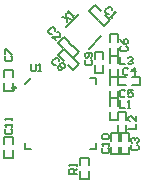
<source format=gto>
%FSLAX24Y24*%
%MOIN*%
G70*
G01*
G75*
G04 Layer_Color=65535*
%ADD10R,0.0197X0.0256*%
%ADD11R,0.0197X0.0236*%
%ADD12R,0.0236X0.0197*%
%ADD13R,0.0400X0.0370*%
G04:AMPARAMS|DCode=14|XSize=47.2mil|YSize=43.3mil|CornerRadius=0mil|HoleSize=0mil|Usage=FLASHONLY|Rotation=225.000|XOffset=0mil|YOffset=0mil|HoleType=Round|Shape=Rectangle|*
%AMROTATEDRECTD14*
4,1,4,0.0014,0.0320,0.0320,0.0014,-0.0014,-0.0320,-0.0320,-0.0014,0.0014,0.0320,0.0*
%
%ADD14ROTATEDRECTD14*%

%ADD15O,0.0256X0.0079*%
%ADD16O,0.0079X0.0256*%
%ADD17R,0.1850X0.1850*%
%ADD18R,0.0217X0.0236*%
G04:AMPARAMS|DCode=19|XSize=19.7mil|YSize=23.6mil|CornerRadius=0mil|HoleSize=0mil|Usage=FLASHONLY|Rotation=225.000|XOffset=0mil|YOffset=0mil|HoleType=Round|Shape=Rectangle|*
%AMROTATEDRECTD19*
4,1,4,-0.0014,0.0153,0.0153,-0.0014,0.0014,-0.0153,-0.0153,0.0014,-0.0014,0.0153,0.0*
%
%ADD19ROTATEDRECTD19*%

%ADD20C,0.0370*%
%ADD21C,0.0080*%
%ADD22C,0.0090*%
%ADD23C,0.0060*%
%ADD24C,0.0240*%
%ADD25C,0.0260*%
%ADD26C,0.0098*%
%ADD27C,0.0079*%
%ADD28C,0.0050*%
D23*
X1928Y1678D02*
Y1934D01*
Y1226D02*
Y1482D01*
X1652Y1678D02*
X1652Y1934D01*
Y1226D02*
Y1482D01*
Y1226D02*
X1928Y1226D01*
X1652Y1934D02*
X1928Y1934D01*
X2208Y-192D02*
Y64D01*
Y-644D02*
Y-388D01*
X1932Y-192D02*
Y64D01*
Y-644D02*
Y-388D01*
Y-644D02*
X2208D01*
X1932Y64D02*
X2208D01*
X1928Y258D02*
Y514D01*
Y-194D02*
Y62D01*
X1652Y258D02*
X1652Y514D01*
Y-194D02*
Y62D01*
Y-194D02*
X1928D01*
X1652Y514D02*
X1928D01*
Y2388D02*
Y2644D01*
Y1936D02*
Y2192D01*
X1652Y2388D02*
Y2644D01*
Y1936D02*
Y2192D01*
Y1936D02*
X1928D01*
X1652Y2644D02*
X1928D01*
Y968D02*
Y1224D01*
Y516D02*
Y772D01*
X1652Y968D02*
Y1224D01*
Y516D02*
X1652Y772D01*
X1652Y516D02*
X1928D01*
X1652Y1224D02*
X1928D01*
X2032Y-1354D02*
Y-1098D01*
Y-646D02*
X2032Y-902D01*
X2308Y-1354D02*
Y-1098D01*
Y-902D02*
Y-646D01*
X2032D02*
X2308D01*
X2032Y-1354D02*
X2308D01*
X2398Y952D02*
X2654D01*
X1946D02*
X2202D01*
X2398Y1228D02*
X2654D01*
X1946D02*
X2202D01*
X1946Y952D02*
Y1228D01*
X2654Y952D02*
Y1228D01*
X1702Y-1354D02*
X1978D01*
X1702Y-646D02*
X1978D01*
Y-902D02*
Y-646D01*
Y-1354D02*
Y-1098D01*
X1702Y-902D02*
Y-646D01*
Y-1354D02*
Y-1098D01*
X1173Y3220D02*
X1270Y3123D01*
X212Y2900D02*
X630Y3318D01*
X311Y2370D02*
X414Y2267D01*
X950Y2162D02*
X1365Y2577D01*
X662Y-1476D02*
X958D01*
X662Y-2164D02*
X958D01*
X662D02*
Y-1918D01*
Y-1722D02*
Y-1476D01*
X958Y-2164D02*
Y-1918D01*
Y-1722D02*
Y-1476D01*
X-1858Y-1474D02*
X-1582D01*
X-1858Y-766D02*
X-1582D01*
Y-1022D02*
Y-766D01*
Y-1474D02*
Y-1218D01*
X-1858Y-1022D02*
Y-766D01*
Y-1474D02*
Y-1218D01*
X1152Y2074D02*
X1428D01*
X1152Y1366D02*
X1428D01*
X1152D02*
Y1622D01*
Y1818D02*
Y2074D01*
X1428Y1366D02*
Y1622D01*
Y1818D02*
Y2074D01*
X-58Y1953D02*
X137Y2148D01*
X443Y1452D02*
X638Y1647D01*
X262Y1633D02*
X443Y1452D01*
X-58Y1953D02*
X123Y1772D01*
X457Y1828D02*
X638Y1647D01*
X137Y2148D02*
X318Y1967D01*
X-1858Y1472D02*
X-1582D01*
X-1858Y764D02*
X-1582D01*
X-1858D02*
Y1020D01*
Y1217D02*
Y1472D01*
X-1582Y764D02*
Y1020D01*
Y1217D02*
Y1472D01*
X-78Y2373D02*
X117Y2568D01*
X423Y1872D02*
X618Y2067D01*
X242Y2053D02*
X423Y1872D01*
X-78Y2373D02*
X103Y2192D01*
X437Y2248D02*
X618Y2067D01*
X117Y2568D02*
X298Y2387D01*
X1473Y2922D02*
X1668Y3117D01*
X972Y3423D02*
X1167Y3618D01*
X1348Y3437D01*
X1487Y3298D02*
X1668Y3117D01*
X972Y3423D02*
X1153Y3242D01*
X1292Y3103D02*
X1473Y2922D01*
D26*
X-1486Y866D02*
G03*
X-1486Y866I-49J0D01*
G01*
D27*
X-1181Y984D02*
X-984Y1181D01*
X984D02*
X1181D01*
Y984D02*
Y1181D01*
Y-1181D02*
Y-984D01*
X984Y-1181D02*
X1181D01*
X-1181D02*
X-984D01*
X-1181D02*
Y-984D01*
D28*
X2000Y1900D02*
Y1650D01*
X2167D01*
X2250Y1858D02*
X2292Y1900D01*
X2375D01*
X2417Y1858D01*
Y1817D01*
X2375Y1775D01*
X2333D01*
X2375D01*
X2417Y1733D01*
Y1692D01*
X2375Y1650D01*
X2292D01*
X2250Y1692D01*
X2280Y-500D02*
X2530D01*
Y-333D01*
Y-83D02*
Y-250D01*
X2363Y-83D01*
X2322D01*
X2280Y-125D01*
Y-208D01*
X2322Y-250D01*
X2000Y450D02*
Y200D01*
X2167D01*
X2250D02*
X2333D01*
X2292D01*
Y450D01*
X2250Y408D01*
X2042Y2247D02*
X2000Y2205D01*
Y2122D01*
X2042Y2080D01*
X2208D01*
X2250Y2122D01*
Y2205D01*
X2208Y2247D01*
X2000Y2497D02*
X2042Y2413D01*
X2125Y2330D01*
X2208D01*
X2250Y2372D01*
Y2455D01*
X2208Y2497D01*
X2167D01*
X2125Y2455D01*
Y2330D01*
X2167Y758D02*
X2125Y800D01*
X2042D01*
X2000Y758D01*
Y592D01*
X2042Y550D01*
X2125D01*
X2167Y592D01*
X2417Y800D02*
X2250D01*
Y675D01*
X2333Y717D01*
X2375D01*
X2417Y675D01*
Y592D01*
X2375Y550D01*
X2292D01*
X2250Y592D01*
X2412Y-1043D02*
X2370Y-1085D01*
Y-1168D01*
X2412Y-1210D01*
X2578D01*
X2620Y-1168D01*
Y-1085D01*
X2578Y-1043D01*
X2412Y-960D02*
X2370Y-918D01*
Y-835D01*
X2412Y-793D01*
X2453D01*
X2495Y-835D01*
Y-877D01*
Y-835D01*
X2537Y-793D01*
X2578D01*
X2620Y-835D01*
Y-918D01*
X2578Y-960D01*
X2277Y1498D02*
X2235Y1540D01*
X2152D01*
X2110Y1498D01*
Y1332D01*
X2152Y1290D01*
X2235D01*
X2277Y1332D01*
X2485Y1290D02*
Y1540D01*
X2360Y1415D01*
X2527D01*
X-1801Y1919D02*
X-1842Y1877D01*
Y1794D01*
X-1801Y1752D01*
X-1634D01*
X-1593Y1794D01*
Y1877D01*
X-1634Y1919D01*
X-1842Y2002D02*
Y2168D01*
X-1801D01*
X-1634Y2002D01*
X-1593D01*
X-165Y2769D02*
Y2828D01*
X-224Y2887D01*
X-283D01*
X-401Y2769D01*
Y2711D01*
X-342Y2652D01*
X-283D01*
X-135Y2445D02*
X-253Y2563D01*
X-18D01*
X12Y2593D01*
Y2652D01*
X-47Y2711D01*
X-106D01*
X872Y1787D02*
X830Y1745D01*
Y1662D01*
X872Y1620D01*
X1038D01*
X1080Y1662D01*
Y1745D01*
X1038Y1787D01*
Y1870D02*
X1080Y1912D01*
Y1995D01*
X1038Y2037D01*
X872D01*
X830Y1995D01*
Y1912D01*
X872Y1870D01*
X913D01*
X955Y1912D01*
Y2037D01*
X-25Y1749D02*
Y1808D01*
X-84Y1867D01*
X-143D01*
X-261Y1749D01*
Y1691D01*
X-202Y1632D01*
X-143D01*
X34Y1691D02*
X93D01*
X152Y1632D01*
Y1573D01*
X122Y1543D01*
X63D01*
X63Y1484D01*
X34Y1455D01*
X-25D01*
X-84Y1514D01*
Y1573D01*
X-54Y1602D01*
X5Y1602D01*
Y1661D01*
X34Y1691D01*
X5Y1602D02*
X63Y1543D01*
X-1800Y-513D02*
X-1842Y-555D01*
Y-638D01*
X-1800Y-680D01*
X-1634D01*
X-1592Y-638D01*
Y-555D01*
X-1634Y-513D01*
X-1592Y-430D02*
Y-347D01*
Y-388D01*
X-1842D01*
X-1800Y-430D01*
X-1592Y-222D02*
Y-139D01*
Y-180D01*
X-1842D01*
X-1800Y-222D01*
X-970Y1670D02*
Y1462D01*
X-928Y1420D01*
X-845D01*
X-803Y1462D01*
Y1670D01*
X-720Y1420D02*
X-637D01*
X-678D01*
Y1670D01*
X-720Y1628D01*
X63Y3227D02*
X358Y3168D01*
X181Y3345D02*
X240Y3050D01*
X417Y3227D02*
X476Y3286D01*
X446Y3256D01*
X269Y3433D01*
Y3374D01*
X1745Y3449D02*
Y3508D01*
X1686Y3567D01*
X1627D01*
X1509Y3449D01*
Y3391D01*
X1568Y3332D01*
X1627D01*
X1657Y3243D02*
X1716Y3184D01*
X1686Y3214D01*
X1863Y3391D01*
X1804D01*
X1432Y-1143D02*
X1390Y-1185D01*
Y-1268D01*
X1432Y-1310D01*
X1598D01*
X1640Y-1268D01*
Y-1185D01*
X1598Y-1143D01*
X1640Y-1060D02*
Y-977D01*
Y-1018D01*
X1390D01*
X1432Y-1060D01*
Y-852D02*
X1390Y-810D01*
Y-727D01*
X1432Y-685D01*
X1598D01*
X1640Y-727D01*
Y-810D01*
X1598Y-852D01*
X1432D01*
X550Y-2000D02*
X300D01*
Y-1875D01*
X342Y-1833D01*
X425D01*
X467Y-1875D01*
Y-2000D01*
Y-1917D02*
X550Y-1833D01*
Y-1750D02*
Y-1667D01*
Y-1708D01*
X300D01*
X342Y-1750D01*
M02*

</source>
